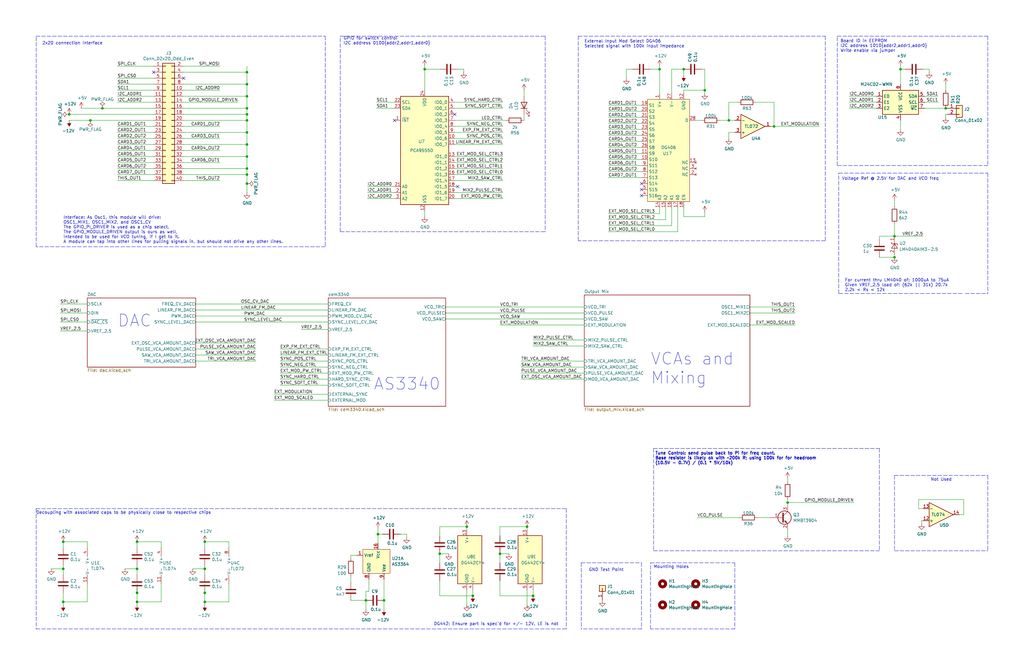
<source format=kicad_sch>
(kicad_sch (version 20230121) (generator eeschema)
  (paper "B")
  (title_block (title "Zoxnoxious 3340 Oscillator") (date "2022-09-07") (rev "0.4") (company "Zoxnoxious Engineering"))
  (junction (at 297.18 38.1))
  (junction (at 104.14 60.96))
  (junction (at 104.14 50.8))
  (junction (at 43.18 45.72))
  (junction (at 29.21 48.26))
  (junction (at 377.19 108.585))
  (junction (at 26.67 228.6))
  (junction (at 104.14 40.64))
  (junction (at 196.85 222.25))
  (junction (at 288.29 29.21))
  (junction (at 185.42 233.68))
  (junction (at 210.82 233.68))
  (junction (at 26.67 240.03))
  (junction (at 159.385 225.425))
  (junction (at 179.07 29.21))
  (junction (at 104.14 73.66))
  (junction (at 86.36 254))
  (junction (at 379.73 29.21))
  (junction (at 86.36 240.03))
  (junction (at 104.14 66.04))
  (junction (at 57.785 250.19))
  (junction (at 104.14 77.47))
  (junction (at 199.39 251.46))
  (junction (at 57.785 254))
  (junction (at 57.785 240.03))
  (junction (at 104.14 48.26))
  (junction (at 332.105 212.09))
  (junction (at 398.78 45.72))
  (junction (at 224.79 251.46))
  (junction (at 161.925 253.365))
  (junction (at 38.1 50.8))
  (junction (at 104.14 55.88))
  (junction (at 104.14 45.72))
  (junction (at 104.14 35.56))
  (junction (at 57.785 228.6))
  (junction (at 377.19 99.695))
  (junction (at 86.36 250.19))
  (junction (at 86.36 228.6))
  (junction (at 307.34 50.8))
  (junction (at 222.25 222.25))
  (junction (at 104.14 71.12))
  (junction (at 326.39 53.34))
  (junction (at 104.14 30.48))
  (junction (at 26.67 254))
  (junction (at 154.305 253.365))
  (junction (at 278.13 29.21))
  (no_connect (at 191.77 48.26))
  (no_connect (at 166.37 50.8))
  (no_connect (at 77.47 33.02))
  (no_connect (at 193.04 78.74))
  (no_connect (at 270.51 80.01))
  (no_connect (at 64.77 30.48))
  (no_connect (at 270.51 82.55))
  (no_connect (at 270.51 77.47))
  (wire (pts (xy 57.785 228.6) (xy 67.945 228.6)))
  (polyline (pts (xy 274.32 237.49) (xy 309.88 237.49)) (stroke (width 0) (type dash)))
  (wire (pts (xy 191.77 45.72) (xy 212.09 45.72)))
  (polyline (pts (xy 416.56 15.24) (xy 416.56 69.85)) (stroke (width 0) (type dash)))
  (wire (pts (xy 26.67 238.76) (xy 26.67 240.03)))
  (wire (pts (xy 138.43 149.86) (xy 118.11 149.86)))
  (polyline (pts (xy 275.59 232.41) (xy 370.84 232.41)) (stroke (width 0) (type dash)))
  (wire (pts (xy 64.77 68.58) (xy 49.53 68.58)))
  (wire (pts (xy 104.14 60.96) (xy 104.14 66.04)))
  (polyline (pts (xy 416.56 200.66) (xy 416.56 232.41)) (stroke (width 0) (type dash)))
  (wire (pts (xy 288.29 29.21) (xy 288.29 31.75)))
  (wire (pts (xy 36.83 254) (xy 26.67 254)))
  (polyline (pts (xy 353.06 69.85) (xy 353.06 15.24)) (stroke (width 0) (type dash)))
  (wire (pts (xy 389.255 29.21) (xy 391.795 29.21)))
  (wire (pts (xy 77.47 48.26) (xy 104.14 48.26)))
  (wire (pts (xy 64.77 50.8) (xy 38.1 50.8)))
  (wire (pts (xy 185.42 233.68) (xy 189.23 233.68)))
  (wire (pts (xy 264.16 29.21) (xy 266.7 29.21)))
  (wire (pts (xy 191.77 43.18) (xy 212.09 43.18)))
  (wire (pts (xy 92.71 58.42) (xy 77.47 58.42)))
  (wire (pts (xy 389.255 219.71) (xy 388.62 219.71)))
  (wire (pts (xy 147.955 243.205) (xy 147.955 245.745)))
  (wire (pts (xy 319.405 218.44) (xy 324.485 218.44)))
  (wire (pts (xy 379.73 50.8) (xy 379.73 54.61)))
  (polyline (pts (xy 377.19 200.66) (xy 377.19 232.41)) (stroke (width 0) (type dash)))
  (wire (pts (xy 377.19 107.315) (xy 377.19 108.585)))
  (wire (pts (xy 49.53 60.96) (xy 64.77 60.96)))
  (wire (pts (xy 179.07 29.21) (xy 179.07 38.1)))
  (wire (pts (xy 49.53 76.2) (xy 64.77 76.2)))
  (wire (pts (xy 67.945 231.14) (xy 67.945 228.6)))
  (wire (pts (xy 391.795 30.48) (xy 391.795 29.21)))
  (wire (pts (xy 49.53 58.42) (xy 64.77 58.42)))
  (wire (pts (xy 191.77 55.88) (xy 212.09 55.88)))
  (polyline (pts (xy 143.51 15.24) (xy 229.87 15.24)) (stroke (width 0) (type dash)))
  (wire (pts (xy 187.96 132.08) (xy 246.38 132.08)))
  (wire (pts (xy 220.98 48.26) (xy 220.98 50.8)))
  (wire (pts (xy 389.89 43.18) (xy 395.605 43.18)))
  (wire (pts (xy 185.42 222.25) (xy 196.85 222.25)))
  (wire (pts (xy 222.25 248.92) (xy 222.25 255.27)))
  (wire (pts (xy 77.47 40.64) (xy 104.14 40.64)))
  (polyline (pts (xy 377.19 200.66) (xy 416.56 200.66)) (stroke (width 0) (type dash)))
  (wire (pts (xy 82.55 128.27) (xy 138.43 128.27)))
  (wire (pts (xy 210.82 245.11) (xy 210.82 251.46)))
  (wire (pts (xy 256.54 62.23) (xy 270.51 62.23)))
  (wire (pts (xy 138.43 154.94) (xy 118.11 154.94)))
  (wire (pts (xy 191.77 71.12) (xy 212.09 71.12)))
  (wire (pts (xy 92.71 76.2) (xy 77.47 76.2)))
  (wire (pts (xy 256.54 95.25) (xy 283.21 95.25)))
  (wire (pts (xy 38.1 50.8) (xy 29.21 50.8)))
  (wire (pts (xy 288.29 91.44) (xy 297.18 91.44)))
  (wire (pts (xy 138.43 152.4) (xy 118.11 152.4)))
  (polyline (pts (xy 270.51 237.49) (xy 270.51 265.43)) (stroke (width 0) (type dash)))
  (wire (pts (xy 96.52 231.14) (xy 96.52 228.6)))
  (wire (pts (xy 377.19 84.455) (xy 377.19 86.995)))
  (wire (pts (xy 57.785 254) (xy 57.785 250.19)))
  (wire (pts (xy 191.77 50.8) (xy 213.36 50.8)))
  (wire (pts (xy 171.45 225.425) (xy 171.45 226.695)))
  (wire (pts (xy 220.98 38.1) (xy 220.98 40.64)))
  (wire (pts (xy 159.385 225.425) (xy 161.29 225.425)))
  (polyline (pts (xy 15.24 104.14) (xy 15.24 15.24)) (stroke (width 0) (type dash)))
  (polyline (pts (xy 309.88 237.49) (xy 309.88 265.43)) (stroke (width 0) (type dash)))
  (polyline (pts (xy 245.11 237.49) (xy 270.51 237.49)) (stroke (width 0) (type dash)))
  (wire (pts (xy 283.21 29.21) (xy 288.29 29.21)))
  (wire (pts (xy 104.14 55.88) (xy 104.14 60.96)))
  (wire (pts (xy 57.785 240.03) (xy 52.705 240.03)))
  (wire (pts (xy 92.71 53.34) (xy 77.47 53.34)))
  (polyline (pts (xy 238.76 214.63) (xy 238.76 265.43)) (stroke (width 0) (type dash)))
  (wire (pts (xy 166.37 43.18) (xy 158.75 43.18)))
  (wire (pts (xy 210.82 233.68) (xy 214.63 233.68)))
  (wire (pts (xy 369.57 40.64) (xy 358.14 40.64)))
  (wire (pts (xy 246.38 160.02) (xy 219.71 160.02)))
  (wire (pts (xy 325.12 53.34) (xy 326.39 53.34)))
  (wire (pts (xy 191.77 68.58) (xy 212.09 68.58)))
  (wire (pts (xy 398.78 35.56) (xy 398.78 38.1)))
  (wire (pts (xy 57.785 238.76) (xy 57.785 240.03)))
  (polyline (pts (xy 274.32 265.43) (xy 274.32 237.49)) (stroke (width 0) (type dash)))
  (wire (pts (xy 224.79 146.05) (xy 246.38 146.05)))
  (wire (pts (xy 381.635 29.21) (xy 379.73 29.21)))
  (wire (pts (xy 86.36 240.03) (xy 81.28 240.03)))
  (wire (pts (xy 77.47 55.88) (xy 104.14 55.88)))
  (wire (pts (xy 104.14 40.64) (xy 104.14 45.72)))
  (wire (pts (xy 210.82 233.68) (xy 210.82 237.49)))
  (wire (pts (xy 379.73 27.94) (xy 379.73 29.21)))
  (wire (pts (xy 332.105 210.82) (xy 332.105 212.09)))
  (wire (pts (xy 293.37 50.8) (xy 295.91 50.8)))
  (wire (pts (xy 166.37 78.74) (xy 154.94 78.74)))
  (wire (pts (xy 49.53 33.02) (xy 64.77 33.02)))
  (wire (pts (xy 86.36 240.03) (xy 86.36 242.57)))
  (polyline (pts (xy 275.59 189.23) (xy 275.59 232.41)) (stroke (width 0) (type dash)))
  (wire (pts (xy 326.39 53.34) (xy 345.44 53.34)))
  (wire (pts (xy 307.34 55.88) (xy 307.34 58.42)))
  (wire (pts (xy 379.73 35.56) (xy 379.73 29.21)))
  (polyline (pts (xy 15.24 214.63) (xy 238.76 214.63)) (stroke (width 0) (type dash)))
  (wire (pts (xy 256.54 92.71) (xy 280.67 92.71)))
  (wire (pts (xy 82.55 152.4) (xy 107.95 152.4)))
  (wire (pts (xy 36.83 132.08) (xy 25.4 132.08)))
  (wire (pts (xy 283.21 29.21) (xy 283.21 39.37)))
  (wire (pts (xy 370.84 100.965) (xy 370.84 99.695)))
  (wire (pts (xy 77.47 50.8) (xy 104.14 50.8)))
  (polyline (pts (xy 137.16 15.24) (xy 137.16 104.14)) (stroke (width 0) (type dash)))
  (wire (pts (xy 185.42 226.06) (xy 185.42 222.25)))
  (wire (pts (xy 127 139.065) (xy 138.43 139.065)))
  (wire (pts (xy 82.55 133.35) (xy 138.43 133.35)))
  (wire (pts (xy 77.47 45.72) (xy 104.14 45.72)))
  (wire (pts (xy 311.15 43.18) (xy 307.34 43.18)))
  (wire (pts (xy 256.54 90.17) (xy 278.13 90.17)))
  (wire (pts (xy 115.57 168.91) (xy 138.43 168.91)))
  (wire (pts (xy 264.16 29.21) (xy 264.16 33.02)))
  (wire (pts (xy 104.14 73.66) (xy 104.14 77.47)))
  (polyline (pts (xy 353.695 73.025) (xy 416.56 73.025)) (stroke (width 0) (type dash)))
  (wire (pts (xy 256.54 57.15) (xy 270.51 57.15)))
  (wire (pts (xy 285.75 97.79) (xy 285.75 87.63)))
  (wire (pts (xy 278.13 90.17) (xy 278.13 87.63)))
  (wire (pts (xy 179.07 27.94) (xy 179.07 29.21)))
  (wire (pts (xy 256.54 64.77) (xy 270.51 64.77)))
  (wire (pts (xy 398.78 45.72) (xy 399.415 45.72)))
  (wire (pts (xy 307.34 43.18) (xy 307.34 50.8)))
  (polyline (pts (xy 347.98 15.24) (xy 347.98 101.6)) (stroke (width 0) (type dash)))
  (wire (pts (xy 64.77 35.56) (xy 49.53 35.56)))
  (wire (pts (xy 377.19 94.615) (xy 377.19 99.695)))
  (wire (pts (xy 187.96 134.62) (xy 246.38 134.62)))
  (wire (pts (xy 96.52 246.38) (xy 96.52 254)))
  (wire (pts (xy 96.52 254) (xy 86.36 254)))
  (wire (pts (xy 77.47 60.96) (xy 104.14 60.96)))
  (wire (pts (xy 389.255 214.63) (xy 387.35 214.63)))
  (wire (pts (xy 64.77 45.72) (xy 43.18 45.72)))
  (wire (pts (xy 77.47 27.94) (xy 92.71 27.94)))
  (wire (pts (xy 288.29 38.1) (xy 297.18 38.1)))
  (wire (pts (xy 193.04 29.21) (xy 195.58 29.21)))
  (polyline (pts (xy 143.51 97.79) (xy 229.87 97.79)) (stroke (width 0) (type dash)))
  (wire (pts (xy 159.385 225.425) (xy 159.385 229.235)))
  (wire (pts (xy 57.785 240.03) (xy 57.785 242.57)))
  (wire (pts (xy 191.77 60.96) (xy 212.09 60.96)))
  (polyline (pts (xy 353.06 15.24) (xy 405.13 15.24)) (stroke (width 0) (type dash)))
  (wire (pts (xy 77.47 43.18) (xy 100.33 43.18)))
  (wire (pts (xy 154.305 249.555) (xy 155.575 249.555)))
  (polyline (pts (xy 347.98 101.6) (xy 243.84 101.6)) (stroke (width 0) (type dash)))
  (wire (pts (xy 307.34 50.8) (xy 309.88 50.8)))
  (polyline (pts (xy 143.51 97.79) (xy 143.51 15.24)) (stroke (width 0) (type dash)))
  (wire (pts (xy 369.57 43.18) (xy 358.14 43.18)))
  (wire (pts (xy 283.21 95.25) (xy 283.21 87.63)))
  (wire (pts (xy 104.14 35.56) (xy 104.14 40.64)))
  (wire (pts (xy 64.77 73.66) (xy 49.53 73.66)))
  (wire (pts (xy 179.07 88.9) (xy 179.07 91.44)))
  (wire (pts (xy 191.77 58.42) (xy 212.09 58.42)))
  (wire (pts (xy 147.955 253.365) (xy 154.305 253.365)))
  (wire (pts (xy 297.18 39.37) (xy 297.18 38.1)))
  (wire (pts (xy 256.54 67.31) (xy 270.51 67.31)))
  (wire (pts (xy 246.38 152.4) (xy 219.71 152.4)))
  (wire (pts (xy 256.54 49.53) (xy 270.51 49.53)))
  (polyline (pts (xy 137.16 104.14) (xy 15.24 104.14)) (stroke (width 0) (type dash)))
  (wire (pts (xy 210.82 226.06) (xy 210.82 222.25)))
  (wire (pts (xy 224.79 251.46) (xy 224.79 248.92)))
  (wire (pts (xy 77.47 66.04) (xy 104.14 66.04)))
  (wire (pts (xy 36.83 128.27) (xy 25.4 128.27)))
  (wire (pts (xy 195.58 30.48) (xy 195.58 29.21)))
  (wire (pts (xy 191.77 76.2) (xy 212.09 76.2)))
  (wire (pts (xy 370.84 99.695) (xy 377.19 99.695)))
  (wire (pts (xy 280.67 92.71) (xy 280.67 87.63)))
  (wire (pts (xy 77.47 71.12) (xy 104.14 71.12)))
  (wire (pts (xy 191.77 78.74) (xy 193.04 78.74)))
  (wire (pts (xy 256.54 69.85) (xy 270.51 69.85)))
  (wire (pts (xy 25.4 139.7) (xy 36.83 139.7)))
  (polyline (pts (xy 377.19 232.41) (xy 416.56 232.41)) (stroke (width 0) (type dash)))
  (wire (pts (xy 36.83 246.38) (xy 36.83 254)))
  (polyline (pts (xy 416.56 73.025) (xy 416.56 123.825)) (stroke (width 0) (type dash)))
  (wire (pts (xy 316.23 132.08) (xy 335.28 132.08)))
  (wire (pts (xy 256.54 97.79) (xy 285.75 97.79)))
  (polyline (pts (xy 245.11 237.49) (xy 245.11 265.43)) (stroke (width 0) (type dash)))
  (wire (pts (xy 77.47 30.48) (xy 104.14 30.48)))
  (wire (pts (xy 387.35 210.82) (xy 406.4 210.82)))
  (wire (pts (xy 191.77 53.34) (xy 212.09 53.34)))
  (wire (pts (xy 297.18 38.1) (xy 297.18 29.21)))
  (wire (pts (xy 36.83 231.14) (xy 36.83 228.6)))
  (wire (pts (xy 389.89 45.72) (xy 398.78 45.72)))
  (polyline (pts (xy 405.13 69.85) (xy 353.06 69.85)) (stroke (width 0) (type dash)))
  (wire (pts (xy 159.385 222.885) (xy 159.385 225.425)))
  (polyline (pts (xy 270.51 265.43) (xy 245.11 265.43)) (stroke (width 0) (type dash)))
  (wire (pts (xy 104.14 71.12) (xy 104.14 73.66)))
  (wire (pts (xy 288.29 39.37) (xy 288.29 38.1)))
  (wire (pts (xy 297.18 29.21) (xy 295.91 29.21)))
  (polyline (pts (xy 243.84 15.24) (xy 243.84 101.6)) (stroke (width 0) (type dash)))
  (wire (pts (xy 64.77 71.12) (xy 49.53 71.12)))
  (wire (pts (xy 104.14 77.47) (xy 104.14 81.28)))
  (wire (pts (xy 49.53 40.64) (xy 64.77 40.64)))
  (wire (pts (xy 154.305 253.365) (xy 154.305 249.555)))
  (wire (pts (xy 256.54 74.93) (xy 270.51 74.93)))
  (polyline (pts (xy 15.24 15.24) (xy 137.16 15.24)) (stroke (width 0) (type dash)))
  (wire (pts (xy 147.955 235.585) (xy 147.955 234.315)))
  (wire (pts (xy 191.77 73.66) (xy 212.09 73.66)))
  (wire (pts (xy 332.105 212.09) (xy 360.045 212.09)))
  (wire (pts (xy 92.71 38.1) (xy 77.47 38.1)))
  (wire (pts (xy 224.79 143.51) (xy 246.38 143.51)))
  (wire (pts (xy 256.54 72.39) (xy 270.51 72.39)))
  (wire (pts (xy 318.77 43.18) (xy 326.39 43.18)))
  (wire (pts (xy 82.55 135.89) (xy 138.43 135.89)))
  (wire (pts (xy 86.36 254) (xy 86.36 250.19)))
  (wire (pts (xy 185.42 29.21) (xy 179.07 29.21)))
  (wire (pts (xy 256.54 59.69) (xy 270.51 59.69)))
  (wire (pts (xy 104.14 66.04) (xy 104.14 71.12)))
  (wire (pts (xy 49.53 27.94) (xy 64.77 27.94)))
  (wire (pts (xy 199.39 251.46) (xy 199.39 248.92)))
  (wire (pts (xy 388.62 219.71) (xy 388.62 220.98)))
  (wire (pts (xy 398.78 48.26) (xy 399.415 48.26)))
  (wire (pts (xy 256.54 46.99) (xy 270.51 46.99)))
  (wire (pts (xy 64.77 66.04) (xy 49.53 66.04)))
  (polyline (pts (xy 309.88 265.43) (xy 274.32 265.43)) (stroke (width 0) (type dash)))
  (wire (pts (xy 256.54 54.61) (xy 270.51 54.61)))
  (polyline (pts (xy 229.87 15.24) (xy 229.87 97.79)) (stroke (width 0) (type dash)))
  (wire (pts (xy 64.77 43.18) (xy 49.53 43.18)))
  (polyline (pts (xy 243.84 15.24) (xy 347.98 15.24)) (stroke (width 0) (type dash)))
  (wire (pts (xy 185.42 251.46) (xy 199.39 251.46)))
  (wire (pts (xy 278.13 29.21) (xy 278.13 39.37)))
  (wire (pts (xy 26.67 254) (xy 26.67 250.19)))
  (wire (pts (xy 187.96 129.54) (xy 246.38 129.54)))
  (polyline (pts (xy 275.59 189.23) (xy 370.84 189.23)) (stroke (width 0) (type dash)))
  (wire (pts (xy 138.43 147.32) (xy 118.11 147.32)))
  (wire (pts (xy 332.105 212.09) (xy 332.105 213.36)))
  (wire (pts (xy 288.29 87.63) (xy 288.29 91.44)))
  (wire (pts (xy 332.105 223.52) (xy 332.105 226.06)))
  (wire (pts (xy 147.955 234.315) (xy 150.495 234.315)))
  (polyline (pts (xy 405.765 15.24) (xy 416.56 15.24)) (stroke (width 0) (type dash)))
  (wire (pts (xy 67.945 246.38) (xy 67.945 254)))
  (wire (pts (xy 43.18 45.72) (xy 34.29 45.72)))
  (wire (pts (xy 104.14 48.26) (xy 104.14 50.8)))
  (wire (pts (xy 370.84 108.585) (xy 377.19 108.585)))
  (wire (pts (xy 104.14 27.94) (xy 104.14 30.48)))
  (wire (pts (xy 191.77 81.28) (xy 212.09 81.28)))
  (wire (pts (xy 404.495 217.17) (xy 406.4 217.17)))
  (wire (pts (xy 377.19 99.695) (xy 389.255 99.695)))
  (polyline (pts (xy 407.035 123.825) (xy 416.56 123.825)) (stroke (width 0) (type dash)))
  (wire (pts (xy 118.11 160.02) (xy 138.43 160.02)))
  (wire (pts (xy 26.67 255.27) (xy 26.67 254)))
  (wire (pts (xy 86.36 228.6) (xy 96.52 228.6)))
  (wire (pts (xy 406.4 210.82) (xy 406.4 217.17)))
  (wire (pts (xy 26.67 231.14) (xy 26.67 228.6)))
  (wire (pts (xy 185.42 245.11) (xy 185.42 251.46)))
  (wire (pts (xy 316.23 129.54) (xy 335.28 129.54)))
  (wire (pts (xy 64.77 53.34) (xy 49.53 53.34)))
  (wire (pts (xy 77.47 35.56) (xy 104.14 35.56)))
  (wire (pts (xy 309.88 55.88) (xy 307.34 55.88)))
  (polyline (pts (xy 15.24 265.43) (xy 238.76 265.43)) (stroke (width 0) (type dash)))
  (wire (pts (xy 26.67 228.6) (xy 36.83 228.6)))
  (wire (pts (xy 395.605 40.64) (xy 389.89 40.64)))
  (wire (pts (xy 118.11 157.48) (xy 138.43 157.48)))
  (wire (pts (xy 64.77 48.26) (xy 29.21 48.26)))
  (wire (pts (xy 161.925 244.475) (xy 161.925 253.365)))
  (wire (pts (xy 294.005 218.44) (xy 311.785 218.44)))
  (polyline (pts (xy 416.56 69.85) (xy 405.13 69.85)) (stroke (width 0) (type dash)))
  (wire (pts (xy 332.105 201.93) (xy 332.105 203.2)))
  (wire (pts (xy 104.14 30.48) (xy 104.14 35.56)))
  (wire (pts (xy 154.305 253.365) (xy 154.305 257.175)))
  (wire (pts (xy 158.75 45.72) (xy 166.37 45.72)))
  (wire (pts (xy 82.55 144.78) (xy 107.95 144.78)))
  (wire (pts (xy 92.71 63.5) (xy 77.47 63.5)))
  (wire (pts (xy 82.55 130.81) (xy 138.43 130.81)))
  (wire (pts (xy 86.36 255.27) (xy 86.36 254)))
  (polyline (pts (xy 405.765 123.825) (xy 353.695 123.825)) (stroke (width 0) (type dash)))
  (wire (pts (xy 57.785 255.27) (xy 57.785 254)))
  (wire (pts (xy 161.925 253.365) (xy 161.925 257.175)))
  (polyline (pts (xy 353.695 123.825) (xy 353.695 73.025)) (stroke (width 0) (type dash)))
  (wire (pts (xy 77.47 68.58) (xy 92.71 68.58)))
  (wire (pts (xy 166.37 81.28) (xy 154.94 81.28)))
  (polyline (pts (xy 15.24 214.63) (xy 15.24 265.43)) (stroke (width 0) (type dash)))
  (wire (pts (xy 297.18 89.535) (xy 297.18 91.44)))
  (wire (pts (xy 26.67 240.03) (xy 26.67 242.57)))
  (wire (pts (xy 191.77 66.04) (xy 212.09 66.04)))
  (wire (pts (xy 210.82 137.16) (xy 246.38 137.16)))
  (wire (pts (xy 222.25 222.25) (xy 222.25 223.52)))
  (wire (pts (xy 387.35 214.63) (xy 387.35 210.82)))
  (polyline (pts (xy 370.84 189.23) (xy 370.84 232.41)) (stroke (width 0) (type dash)))
  (wire (pts (xy 57.785 246.38) (xy 57.785 250.19)))
  (wire (pts (xy 210.82 251.46) (xy 224.79 251.46)))
  (wire (pts (xy 77.47 73.66) (xy 104.14 73.66)))
  (wire (pts (xy 278.13 29.21) (xy 278.13 27.94)))
  (wire (pts (xy 196.85 222.25) (xy 196.85 223.52)))
  (wire (pts (xy 196.85 248.92) (xy 196.85 255.27)))
  (wire (pts (xy 398.78 49.53) (xy 398.78 48.26)))
  (wire (pts (xy 86.36 246.38) (xy 86.36 250.19)))
  (wire (pts (xy 256.54 44.45) (xy 270.51 44.45)))
  (wire (pts (xy 246.38 157.48) (xy 219.71 157.48)))
  (wire (pts (xy 25.4 135.89) (xy 36.83 135.89)))
  (wire (pts (xy 49.53 55.88) (xy 64.77 55.88)))
  (wire (pts (xy 326.39 43.18) (xy 326.39 53.34)))
  (wire (pts (xy 210.82 222.25) (xy 222.25 222.25)))
  (wire (pts (xy 274.32 29.21) (xy 278.13 29.21)))
  (wire (pts (xy 104.14 45.72) (xy 104.14 48.26)))
  (wire (pts (xy 115.57 166.37) (xy 138.43 166.37)))
  (wire (pts (xy 86.36 238.76) (xy 86.36 240.03)))
  (wire (pts (xy 67.945 254) (xy 57.785 254)))
  (wire (pts (xy 104.14 50.8) (xy 104.14 55.88)))
  (wire (pts (xy 168.91 225.425) (xy 171.45 225.425)))
  (wire (pts (xy 303.53 50.8) (xy 307.34 50.8)))
  (wire (pts (xy 256.54 52.07) (xy 270.51 52.07)))
  (wire (pts (xy 49.53 38.1) (xy 64.77 38.1)))
  (wire (pts (xy 26.67 240.03) (xy 21.59 240.03)))
  (wire (pts (xy 191.77 83.82) (xy 212.09 83.82)))
  (wire (pts (xy 82.55 147.32) (xy 107.95 147.32)))
  (wire (pts (xy 166.37 83.82) (xy 154.94 83.82)))
  (wire (pts (xy 246.38 154.94) (xy 219.71 154.94)))
  (wire (pts (xy 57.785 231.14) (xy 57.785 228.6)))
  (wire (pts (xy 118.11 162.56) (xy 138.43 162.56)))
  (wire (pts (xy 86.36 231.14) (xy 86.36 228.6)))
  (wire (pts (xy 155.575 249.555) (xy 155.575 244.475)))
  (wire (pts (xy 369.57 45.72) (xy 358.14 45.72)))
  (wire (pts (xy 316.23 137.16) (xy 335.28 137.16)))
  (wire (pts (xy 185.42 233.68) (xy 185.42 237.49)))
  (wire (pts (xy 49.53 63.5) (xy 64.77 63.5)))
  (wire (pts (xy 82.55 149.86) (xy 107.95 149.86)))
  (wire (pts (xy 156.845 253.365) (xy 154.305 253.365)))
  (text "Tune Control: send pulse back to Pi for freq count.\nBase resistor is likely ok with ~200k R; using 100k for for headroom\n(10.5V - 0.7V) / (0.1 * 5V/10k)" (at 276.225 196.215 0) (effects (font (size 1.27 1.27) (thickness 0.254) bold) (justify left bottom)))
  (text "External Input Mod Select DG406\nSelected signal with 100k input impedance" (at 246.38 20.32 0) (effects (font (size 1.27 1.27)) (justify left bottom)))
  (text "Voltage Ref @ 2.5V for DAC and VCO freq" (at 354.965 76.2 0) (effects (font (size 1.27 1.27)) (justify left bottom)))
  (text "Decoupling with associated caps to be physically close to respective chips" (at 15.24 217.17 0) (effects (font (size 1.27 1.27)) (justify left bottom)))
  (text "DG442: Ensure part is spec’d for +/- 12V. LE is not" (at 182.88 264.16 0) (effects (font (size 1.27 1.27)) (justify left bottom)))
  (text "For current thru LM4040 of: 1000uA to 75uA\nGiven VREF_2.5 load of: (62k || 31k) 20.7k\n2.2k < Rs < 12k\n" (at 356.235 123.19 0) (effects (font (size 1.27 1.27)) (justify left bottom)))
  (text "2x20 connection interface" (at 17.78 19.05 0) (effects (font (size 1.27 1.27)) (justify left bottom)))
  (text "AS3340" (at 157.48 165.1 0) (effects (font (size 5.0038 5.0038)) (justify left bottom)))
  (text "VCAs and\nMixing" (at 274.32 162.56 0) (effects (font (size 5.0038 5.0038)) (justify left bottom)))
  (text "GPIO for switch control\nI2C address 0100{addr2,addr1,addr0}" (at 144.78 19.05 0) (effects (font (size 1.27 1.27)) (justify left bottom)))
  (text "Not Used" (at 392.43 203.2 0) (effects (font (size 1.27 1.27)) (justify left bottom)))
  (text "Mounting Holes" (at 275.59 240.03 0) (effects (font (size 1.27 1.27)) (justify left bottom)))
  (text "GND Test Point" (at 248.285 241.3 0) (effects (font (size 1.27 1.27)) (justify left bottom)))
  (text "Board ID in EEPROM\nI2C address 1010{addr2,addr1,addr0}\nWrite enable via jumper" (at 354.33 22.225 0) (effects (font (size 1.27 1.27)) (justify left bottom)))
  (text "Interface: As Osc1, this module will drive:\nOSC1_MIX1, OSC1_MIX2, and OSC1_CV\nThe GPIO_PI_DRIVER is used as a chip select.\nThe GPIO_MODULE_DRIVEN output is ours as well,\nintended to be used for VCO tuning, if I get to it.\nA module can tap into other lines for pulling signals in, but should not drive any other lines." (at 26.67 102.87 0) (effects (font (size 1.27 1.27)) (justify left bottom)))
  (text "DAC" (at 49.53 138.43 0) (effects (font (size 5.0038 5.0038)) (justify left bottom)))
  (label "EXT_MOD_SEL_CTRL1" (at 256.54 95.25 0))
  (label "SPI_MOSI" (at 25.4 132.08 0))
  (label "TRI_VCA_AMOUNT_DAC" (at 107.95 152.4 180))
  (label "CARD3_OUT1" (at 92.71 58.42 180))
  (label "LINEAR_FM_DAC" (at 101.6 130.81 0))
  (label "SPI_CS0" (at 25.4 135.89 0))
  (label "CARD4_OUT2" (at 256.54 62.23 0))
  (label "GPIO_MODULE_DRIVEN" (at 360.045 212.09 180))
  (label "EXT_MOD_PW_CTRL" (at 118.11 157.48 0))
  (label "TRI_VCA_AMOUNT_DAC" (at 219.71 152.4 0))
  (label "SCL1" (at 49.53 38.1 0))
  (label "VCO_PULSE" (at 210.82 132.08 0))
  (label "CARD5_OUT1" (at 256.54 64.77 0))
  (label "CARD1_OUT2" (at 92.71 53.34 180))
  (label "EXT_MOD_SEL_CTRL1" (at 212.09 71.12 180))
  (label "SAW_VCA_AMOUNT_DAC" (at 219.71 154.94 0))
  (label "PWM_DAC" (at 102.87 133.35 0))
  (label "SYNC_NEG_CTRL" (at 118.11 154.94 0))
  (label "CARD2_OUT1" (at 256.54 49.53 0))
  (label "EXT_MOD_SEL_CTRL0" (at 212.09 73.66 180))
  (label "CARD5_OUT2" (at 49.53 68.58 0))
  (label "LED_CTRL" (at 212.09 50.8 180))
  (label "EXT_MODULATION" (at 115.57 166.37 0))
  (label "EXT_OSC_VCA_AMOUNT_DAC" (at 107.95 144.78 180))
  (label "CARD2_OUT1" (at 49.53 55.88 0))
  (label "EXT_MODULATION" (at 345.44 53.34 180))
  (label "MIX2_PULSE_CTRL" (at 224.79 143.51 0))
  (label "CARD7_OUT1" (at 256.54 74.93 0))
  (label "EXT_MOD_SEL_CTRL3" (at 256.54 90.17 0))
  (label "MIX2_SAW_CTRL" (at 212.09 76.2 180))
  (label "VREF_2.5" (at 389.255 99.695 180))
  (label "I2C_ADDR0" (at 358.14 40.64 0))
  (label "CARD2_OUT2" (at 49.53 58.42 0))
  (label "VREF_2.5" (at 25.4 139.7 0))
  (label "VCO_PULSE" (at 294.005 218.44 0))
  (label "EXT_MOD_SCALED" (at 335.28 137.16 180))
  (label "CARD6_OUT1" (at 92.71 68.58 180))
  (label "GPIO_MODULE_DRIVEN" (at 100.33 43.18 180))
  (label "I2C_ADDR0" (at 154.94 78.74 0))
  (label "SAW_VCA_AMOUNT_DAC" (at 107.95 149.86 180))
  (label "I2C_ADDR1" (at 358.14 43.18 0))
  (label "CARD3_OUT2" (at 256.54 57.15 0))
  (label "I2C_ADDR0" (at 92.71 38.1 180))
  (label "CARD7_OUT1" (at 49.53 73.66 0))
  (label "SYNC_NEG_CTRL" (at 212.09 53.34 180))
  (label "SDA1" (at 49.53 35.56 0))
  (label "I2C_ADDR2" (at 358.14 45.72 0))
  (label "EXT_MOD_SEL_CTRL2" (at 212.09 68.58 180))
  (label "CARD6_OUT1" (at 256.54 69.85 0))
  (label "CARD5_OUT2" (at 256.54 67.31 0))
  (label "CARD4_OUT2" (at 92.71 63.5 180))
  (label "CARD4_OUT1" (at 49.53 63.5 0))
  (label "MIX2_PULSE_CTRL" (at 212.09 81.28 180))
  (label "VCO_SAW" (at 210.82 134.62 0))
  (label "CARD4_OUT1" (at 256.54 59.69 0))
  (label "EXP_FM_EXT_CTRL" (at 118.11 147.32 0))
  (label "CARD6_OUT2" (at 256.54 72.39 0))
  (label "SYNC_SOFT_CTRL" (at 212.09 45.72 180))
  (label "OSC_CV_DAC" (at 101.6 128.27 0))
  (label "SCL1" (at 158.75 43.18 0))
  (label "EXT_MOD_SEL_CTRL3" (at 212.09 66.04 180))
  (label "EXT_MOD_SEL_CTRL0" (at 256.54 97.79 0))
  (label "SPI_CLK" (at 25.4 128.27 0))
  (label "SDA1" (at 158.75 45.72 0))
  (label "SPI_CS0" (at 49.53 33.02 0))
  (label "THIS_OUT1" (at 49.53 76.2 0))
  (label "SDA1" (at 395.605 40.64 180))
  (label "CARD1_OUT1" (at 256.54 44.45 0))
  (label "LINEAR_FM_EXT_CTRL" (at 212.09 60.96 180))
  (label "LINEAR_FM_EXT_CTRL" (at 118.11 149.86 0))
  (label "SYNC_HARD_CTRL" (at 118.11 160.02 0))
  (label "EXT_OSC_VCA_AMOUNT_DAC" (at 219.71 160.02 0))
  (label "SCL1" (at 395.605 43.18 180))
  (label "SPI_CLK" (at 49.53 27.94 0))
  (label "PULSE_VCA_AMOUNT_DAC" (at 107.95 147.32 180))
  (label "VREF_2.5" (at 127 139.065 0))
  (label "SPI_MOSI" (at 92.71 27.94 180))
  (label "SYNC_HARD_CTRL" (at 212.09 43.18 180))
  (label "EXT_MODULATION" (at 210.82 137.16 0))
  (label "THIS_OUT2" (at 92.71 76.2 180))
  (label "CARD3_OUT1" (at 256.54 54.61 0))
  (label "SYNC_POS_CTRL" (at 212.09 58.42 180))
  (label "EXT_MOD_SCALED" (at 115.57 168.91 0))
  (label "EXT_MOD_SEL_CTRL2" (at 256.54 92.71 0))
  (label "THIS_OUT1" (at 335.28 129.54 180))
  (label "EXP_FM_EXT_CTRL" (at 212.09 55.88 180))
  (label "VCO_TRI" (at 210.82 129.54 0))
  (label "CARD2_OUT2" (at 256.54 52.07 0))
  (label "SYNC_POS_CTRL" (at 118.11 152.4 0))
  (label "PULSE_VCA_AMOUNT_DAC" (at 219.71 157.48 0))
  (label "I2C_ADDR2" (at 154.94 83.82 0))
  (label "SYNC_LEVEL_DAC" (at 102.87 135.89 0))
  (label "CARD6_OUT2" (at 49.53 71.12 0))
  (label "EXT_MOD_PW_CTRL" (at 212.09 83.82 180))
  (label "I2C_ADDR1" (at 49.53 40.64 0))
  (label "I2C_ADDR1" (at 154.94 81.28 0))
  (label "CARD1_OUT2" (at 256.54 46.99 0))
  (label "CARD1_OUT1" (at 49.53 53.34 0))
  (label "THIS_OUT2" (at 335.28 132.08 180))
  (label "CARD3_OUT2" (at 49.53 60.96 0))
  (label "MIX2_SAW_CTRL" (at 224.79 146.05 0))
  (label "CARD5_OUT1" (at 49.53 66.04 0))
  (label "SYNC_SOFT_CTRL" (at 118.11 162.56 0))
  (label "I2C_ADDR2" (at 49.53 43.18 0))
  (symbol (lib_id "power:GND") (at 179.07 91.44 0) (unit 1)
    (property "Reference" "#PWR027" (effects hide))
    (property "Value" "GND" (at 179.197 95.8342 0))
  )
  (symbol (lib_id "Device:C") (at 189.23 29.21 270) (unit 1)
    (property "Reference" "C13" (at 190.3984 32.131 0) (effects (justify left)))
    (property "Value" "0.1u" (at 188.087 32.131 0) (effects (justify left)))
    (property "Footprint" "Capacitor_SMD:C_0603_1608Metric" (effects hide))
    (property "LCSC Part" "C14663" (effects hide))
  )
  (symbol (lib_id "power:GND") (at 195.58 30.48 0) (unit 1)
    (property "Reference" "#PWR028" (effects hide))
    (property "Value" "GND" (at 195.707 34.8742 0))
  )
  (symbol (lib_id "Interface_Expansion:PCA9555D") (at 179.07 63.5 0) (unit 1)
    (property "Reference" "U7" (at 177.8 59.69 0))
    (property "Value" "PCA9555D" (at 177.8 63.5 0))
    (property "Footprint" "Package_SO:TSSOP-24_4.4x7.8mm_P0.65mm" (effects hide))
    (property "Datasheet" "https://www.nxp.com/docs/en/data-sheet/PCA9555.pdf" (effects hide))
    (property "LCSC Part" "C83265" (effects hide))
  )
  (symbol (lib_id "power:+5V") (at 332.105 201.93 0) (unit 1)
    (property "Reference" "#PWR037" (effects hide))
    (property "Value" "+5V" (at 332.486 197.5358 0))
  )
  (symbol (lib_id "Connector_Generic:Conn_02x20_Odd_Even") (at 69.85 50.8 0) (unit 1)
    (property "Reference" "J3" (at 71.12 22.4282 0))
    (property "Value" "Conn_02x20_Odd_Even" (at 71.12 24.7396 0))
    (property "Footprint" "Connector_PinHeader_2.54mm:PinHeader_2x20_P2.54mm_Horizontal" (effects hide))
  )
  (symbol (lib_id "power:GND") (at 104.14 81.28 0) (unit 1)
    (property "Reference" "#PWR0118" (effects hide))
    (property "Value" "GND" (at 104.267 85.6742 0))
  )
  (symbol (lib_id "power:+5V") (at 34.29 45.72 0) (unit 1)
    (property "Reference" "#PWR0120" (effects hide))
    (property "Value" "+5V" (at 34.671 41.3258 0))
  )
  (symbol (lib_id "power:+12V") (at 29.21 48.26 0) (unit 1)
    (property "Reference" "#PWR0117" (effects hide))
    (property "Value" "+12V" (at 29.591 43.8658 0))
  )
  (symbol (lib_id "power:-12V") (at 29.21 50.8 180) (unit 1)
    (property "Reference" "#PWR0119" (effects hide))
    (property "Value" "-12V" (at 28.829 55.1942 0))
  )
  (symbol (lib_id "power:PWR_FLAG") (at 43.18 45.72 0) (unit 1)
    (property "Reference" "#FLG0101" (effects hide))
    (property "Value" "PWR_FLAG" (at 43.18 41.91 0))
  )
  (symbol (lib_id "power:PWR_FLAG") (at 29.21 48.26 90) (unit 1)
    (property "Reference" "#FLG0102" (effects hide))
    (property "Value" "PWR_FLAG" (at 25.4 48.26 0))
  )
  (symbol (lib_id "power:PWR_FLAG") (at 38.1 50.8 180) (unit 1)
    (property "Reference" "#FLG0103" (effects hide))
    (property "Value" "PWR_FLAG" (at 38.1 54.61 0))
  )
  (symbol (lib_id "power:PWR_FLAG") (at 104.14 77.47 270) (unit 1)
    (property "Reference" "#FLG0104" (effects hide))
    (property "Value" "PWR_FLAG" (at 107.95 77.47 0))
  )
  (symbol (lib_id "power:+5V") (at 179.07 27.94 0) (unit 1)
    (property "Reference" "#PWR026" (effects hide))
    (property "Value" "+5V" (at 179.451 23.5458 0))
  )
  (symbol (lib_id "Device:R") (at 217.17 50.8 270) (unit 1)
    (property "Reference" "R56" (at 217.17 56.0578 90))
    (property "Value" "2k" (at 217.17 53.7464 90))
    (property "Footprint" "Resistor_SMD:R_0603_1608Metric" (effects hide))
    (property "LCSC Part" "C22975" (effects hide))
  )
  (symbol (lib_id "Device:LED") (at 220.98 44.45 90) (unit 1)
    (property "Reference" "D4" (at 215.4682 44.6278 0))
    (property "Value" "LED" (at 217.7796 44.6278 0))
    (property "Footprint" "LED_SMD:LED_0603_1608Metric" (effects hide))
    (property "LCSC Part" "C2286" (effects hide))
  )
  (symbol (lib_id "power:+5V") (at 220.98 38.1 0) (unit 1)
    (property "Reference" "#PWR0112" (effects hide))
    (property "Value" "+5V" (at 221.361 33.7058 0))
  )
  (symbol (lib_id "power:GND") (at 379.73 54.61 0) (unit 1)
    (property "Reference" "#PWR0124" (effects hide))
    (property "Value" "GND" (at 379.857 59.0042 0))
  )
  (symbol (lib_id "power:+5V") (at 379.73 27.94 0) (unit 1)
    (property "Reference" "#PWR0126" (effects hide))
    (property "Value" "+5V" (at 380.111 23.5458 0))
  )
  (symbol (lib_id "Device:C") (at 385.445 29.21 270) (unit 1)
    (property "Reference" "C37" (at 386.6134 32.131 0) (effects (justify left)))
    (property "Value" "0.1u" (at 384.302 32.131 0) (effects (justify left)))
    (property "Footprint" "Capacitor_SMD:C_0603_1608Metric" (effects hide))
    (property "LCSC Part" "C14663" (effects hide))
  )
  (symbol (lib_id "power:GND") (at 391.795 30.48 0) (unit 1)
    (property "Reference" "#PWR0125" (effects hide))
    (property "Value" "GND" (at 391.922 34.8742 0))
  )
  (symbol (lib_id "Memory_EEPROM:M24C02-WMN") (at 379.73 43.18 0) (unit 1)
    (property "Reference" "U15" (at 372.11 49.53 0))
    (property "Value" "M24C02-WMN" (at 369.57 35.56 0))
    (property "Footprint" "Package_SO:SOIC-8_3.9x4.9mm_P1.27mm" (effects hide))
    (property "Datasheet" "http://www.st.com/content/ccc/resource/technical/document/datasheet/b0/d8/50/40/5a/85/49/6f/DM00071904.pdf/files/DM00071904.pdf/jcr:content/translations/en.DM00071904.pdf" (effects hide))
    (property "LCSC Part" "C7562" (effects hide))
  )
  (symbol (lib_id "power:GND") (at 398.78 49.53 0) (unit 1)
    (property "Reference" "#PWR08" (effects hide))
    (property "Value" "GND" (at 398.907 53.9242 0))
  )
  (symbol (lib_id "Mechanical:MountingHole") (at 279.4 246.38 0) (unit 1)
    (property "Reference" "H1" (at 281.94 245.2116 0) (effects (justify left)))
    (property "Value" "MountingHole" (at 281.94 247.523 0) (effects (justify left)))
    (property "Footprint" "MountingHole:MountingHole_3.2mm_M3" (effects hide))
  )
  (symbol (lib_id "Mechanical:MountingHole") (at 293.37 246.38 0) (unit 1)
    (property "Reference" "H3" (at 295.91 245.2116 0) (effects (justify left)))
    (property "Value" "MountingHole" (at 295.91 247.523 0) (effects (justify left)))
    (property "Footprint" "MountingHole:MountingHole_3.2mm_M3" (effects hide))
  )
  (symbol (lib_id "Mechanical:MountingHole") (at 293.37 255.27 0) (unit 1)
    (property "Reference" "H4" (at 295.91 254.1016 0) (effects (justify left)))
    (property "Value" "MountingHole" (at 295.91 256.413 0) (effects (justify left)))
    (property "Footprint" "MountingHole:MountingHole_3.2mm_M3" (effects hide))
  )
  (symbol (lib_id "Mechanical:MountingHole") (at 279.4 255.27 0) (unit 1)
    (property "Reference" "H2" (at 281.94 254.1016 0) (effects (justify left)))
    (property "Value" "MountingHole" (at 281.94 256.413 0) (effects (justify left)))
    (property "Footprint" "MountingHole:MountingHole_3.2mm_M3" (effects hide))
  )
  (symbol (lib_id "power:GND") (at 196.85 255.27 0) (unit 1)
    (property "Reference" "#PWR0101" (effects hide))
    (property "Value" "GND" (at 196.977 259.6642 0))
  )
  (symbol (lib_id "power:+12V") (at 196.85 222.25 0) (unit 1)
    (property "Reference" "#PWR0102" (effects hide))
    (property "Value" "+12V" (at 197.231 217.8558 0))
  )
  (symbol (lib_id "power:-12V") (at 199.39 251.46 180) (unit 1)
    (property "Reference" "#PWR0103" (effects hide))
    (property "Value" "-12V" (at 199.009 255.8542 0))
  )
  (symbol (lib_id "Device:C") (at 185.42 229.87 0) (unit 1)
    (property "Reference" "C26" (at 188.341 228.7016 0) (effects (justify left)))
    (property "Value" "0.1u" (at 188.341 231.013 0) (effects (justify left)))
    (property "Footprint" "Capacitor_SMD:C_0603_1608Metric" (effects hide))
    (property "LCSC Part" "C14663" (effects hide))
  )
  (symbol (lib_id "Device:C") (at 185.42 241.3 0) (unit 1)
    (property "Reference" "C27" (at 188.341 240.1316 0) (effects (justify left)))
    (property "Value" "0.1u" (at 188.341 242.443 0) (effects (justify left)))
    (property "Footprint" "Capacitor_SMD:C_0603_1608Metric" (effects hide))
    (property "LCSC Part" "C14663" (effects hide))
  )
  (symbol (lib_id "power:GND") (at 189.23 233.68 0) (unit 1)
    (property "Reference" "#PWR0104" (effects hide))
    (property "Value" "GND" (at 189.357 238.0742 0))
  )
  (symbol (lib_id "Analog_Switch:DG441xJ") (at 196.85 236.22 0) (unit 5)
    (property "Reference" "U8" (at 196.85 234.95 0) (effects (justify left)))
    (property "Value" "DG442CY+" (at 194.31 237.49 0) (effects (justify left)))
    (property "Footprint" "Package_SO:SOIC-16_3.9x9.9mm_P1.27mm" (effects hide))
    (property "Datasheet" "https://datasheets.maximintegrated.com/en/ds/DG441-DG442.pdf" (effects hide))
    (property "Digikey" "DG442CY+-ND" (effects hide))
  )
  (symbol (lib_id "power:GND") (at 222.25 255.27 0) (unit 1)
    (property "Reference" "#PWR0105" (effects hide))
    (property "Value" "GND" (at 222.377 259.6642 0))
  )
  (symbol (lib_id "power:+12V") (at 222.25 222.25 0) (unit 1)
    (property "Reference" "#PWR0106" (effects hide))
    (property "Value" "+12V" (at 222.631 217.8558 0))
  )
  (symbol (lib_id "power:-12V") (at 224.79 251.46 180) (unit 1)
    (property "Reference" "#PWR0107" (effects hide))
    (property "Value" "-12V" (at 224.409 255.8542 0))
  )
  (symbol (lib_id "Device:C") (at 210.82 229.87 0) (unit 1)
    (property "Reference" "C28" (at 213.741 228.7016 0) (effects (justify left)))
    (property "Value" "0.1u" (at 213.741 231.013 0) (effects (justify left)))
    (property "Footprint" "Capacitor_SMD:C_0603_1608Metric" (effects hide))
    (property "LCSC Part" "C14663" (effects hide))
  )
  (symbol (lib_id "Device:C") (at 210.82 241.3 0) (unit 1)
    (property "Reference" "C29" (at 213.741 240.1316 0) (effects (justify left)))
    (property "Value" "0.1u" (at 213.741 242.443 0) (effects (justify left)))
    (property "Footprint" "Capacitor_SMD:C_0603_1608Metric" (effects hide))
    (property "LCSC Part" "C14663" (effects hide))
  )
  (symbol (lib_id "power:GND") (at 214.63 233.68 0) (unit 1)
    (property "Reference" "#PWR0108" (effects hide))
    (property "Value" "GND" (at 214.757 238.0742 0))
  )
  (symbol (lib_id "Analog_Switch:DG441xJ") (at 222.25 236.22 0) (unit 5)
    (property "Reference" "U9" (at 222.25 234.95 0) (effects (justify left)))
    (property "Value" "DG442CY+" (at 219.71 237.49 0) (effects (justify left)))
    (property "Footprint" "Package_SO:SOIC-16_3.9x9.9mm_P1.27mm" (effects hide))
    (property "Datasheet" "https://datasheets.maximintegrated.com/en/ds/DG441-DG442.pdf" (effects hide))
    (property "Digikey" "DG442CY+-ND" (effects hide))
  )
  (symbol (lib_id "power:+5V") (at 297.18 89.535 0) (unit 1)
    (property "Reference" "#PWR07" (effects hide))
    (property "Value" "+5V" (at 297.561 85.1408 0))
  )
  (symbol (lib_id "Device:C") (at 158.115 253.365 90) (unit 1)
    (property "Reference" "C9" (at 159.385 249.555 90) (effects (justify left)))
    (property "Value" "0.1u" (at 160.655 257.175 90) (effects (justify left)))
    (property "Footprint" "Capacitor_SMD:C_0603_1608Metric" (effects hide))
    (property "LCSC Part" "C14663" (effects hide))
  )
  (symbol (lib_id "power:GND") (at 52.705 240.03 0) (unit 1)
    (property "Reference" "#PWR044" (effects hide))
    (property "Value" "GND" (at 52.832 244.4242 0))
  )
  (symbol (lib_id "power:-12V") (at 288.29 31.75 180) (unit 1)
    (property "Reference" "#PWR081" (effects hide))
    (property "Value" "-12V" (at 287.909 36.1442 0))
  )
  (symbol (lib_id "as3340:DG406") (at 281.94 66.04 0) (unit 1)
    (property "Reference" "U17" (at 279.4 64.77 0) (effects (justify left)))
    (property "Value" "DG406" (at 281.94 62.23 0))
    (property "Footprint" "Package_SO:SOIC-28W_7.5x17.9mm_P1.27mm" (effects hide))
    (property "LCSC Part" "C426318" (effects hide))
  )
  (symbol (lib_id "power:+12V") (at 86.36 228.6 0) (unit 1)
    (property "Reference" "#PWR032" (effects hide))
    (property "Value" "+12V" (at 86.741 224.2058 0))
  )
  (symbol (lib_id "Device:R") (at 332.105 207.01 180) (unit 1)
    (property "Reference" "R4" (at 328.295 205.74 0))
    (property "Value" "10k" (at 328.295 208.28 0))
    (property "Footprint" "Resistor_SMD:R_0603_1608Metric" (effects hide))
  )
  (symbol (lib_id "Amplifier_Operational:TL074") (at 396.875 217.17 0) (mirror x) (unit 4)
    (property "Reference" "U5" (at 398.145 221.615 0))
    (property "Value" "TL074" (at 395.605 217.17 0))
    (property "Footprint" "Package_SO:TSSOP-14_4.4x5mm_P0.65mm" (effects hide))
    (property "Datasheet" "http://www.ti.com/lit/ds/symlink/tl071.pdf" (effects hide))
    (property "LCSC Part" "C96507" (effects hide))
  )
  (symbol (lib_id "power:+12V") (at 278.13 27.94 0) (unit 1)
    (property "Reference" "#PWR080" (effects hide))
    (property "Value" "+12V" (at 278.511 23.5458 0))
  )
  (symbol (lib_id "Device:C") (at 270.51 29.21 270) (unit 1)
    (property "Reference" "C48" (at 271.6784 32.131 0) (effects (justify left)))
    (property "Value" "0.1u" (at 269.367 32.131 0) (effects (justify left)))
    (property "Footprint" "Capacitor_SMD:C_0603_1608Metric" (effects hide))
    (property "LCSC Part" "C14663" (effects hide))
  )
  (symbol (lib_id "Device:R") (at 147.955 239.395 180) (unit 1)
    (property "Reference" "R29" (at 144.145 239.395 0))
    (property "Value" "100" (at 144.145 241.935 0))
    (property "Footprint" "Resistor_SMD:R_0603_1608Metric" (effects hide))
  )
  (symbol (lib_id "Amplifier_Operational:TL072") (at 317.5 53.34 0) (mirror x) (unit 1)
    (property "Reference" "U4" (at 318.77 58.42 0))
    (property "Value" "TL072" (at 316.865 53.34 0))
    (property "Footprint" "Package_SO:SSOP-8_3.9x5.05mm_P1.27mm" (effects hide))
    (property "Datasheet" "http://www.ti.com/lit/ds/symlink/tl071.pdf" (effects hide))
    (property "LCSC Part" "C6961" (effects hide))
  )
  (symbol (lib_id "Device:C") (at 57.785 246.38 0) (unit 1)
    (property "Reference" "C53" (at 60.706 245.2116 0) (effects (justify left)))
    (property "Value" "0.1u" (at 60.706 247.523 0) (effects (justify left)))
    (property "Footprint" "Capacitor_SMD:C_0603_1608Metric" (effects hide))
    (property "LCSC Part" "C14663" (effects hide))
  )
  (symbol (lib_id "Amplifier_Operational:TL072") (at 99.06 238.76 0) (unit 3)
    (property "Reference" "U4" (at 97.155 237.5479 0) (effects (justify left)))
    (property "Value" "TL072" (at 97.155 239.9721 0) (effects (justify left)))
    (property "Footprint" "Package_SO:SSOP-8_3.9x5.05mm_P1.27mm" (effects hide))
    (property "Datasheet" "http://www.ti.com/lit/ds/symlink/tl071.pdf" (effects hide))
    (property "LCSC Part" "C6961" (effects hide))
  )
  (symbol (lib_id "Transistor_BJT:MMBT3904") (at 329.565 218.44 0) (unit 1)
    (property "Reference" "Q3" (at 334.4164 217.2279 0) (effects (justify left)))
    (property "Value" "MMBT3904" (at 334.4164 219.6521 0) (effects (justify left)))
    (property "Footprint" "Package_TO_SOT_SMD:SOT-23" (effects hide))
    (property "Datasheet" "https://www.onsemi.com/pdf/datasheet/pzt3904-d.pdf" (effects hide))
  )
  (symbol (lib_id "power:GND") (at 21.59 240.03 0) (unit 1)
    (property "Reference" "#PWR01" (effects hide))
    (property "Value" "GND" (at 21.717 244.4242 0))
  )
  (symbol (lib_id "Connector_Generic:Conn_01x01") (at 254 248.285 90) (unit 1)
    (property "Reference" "J1" (at 256.032 247.4503 90) (effects (justify right)))
    (property "Value" "Conn_01x01" (at 256.032 249.9872 90) (effects (justify right)))
    (property "Footprint" "Connector_PinHeader_2.54mm:PinHeader_1x01_P2.54mm_Vertical" (effects hide))
  )
  (symbol (lib_id "Device:C") (at 370.84 104.775 0) (unit 1)
    (property "Reference" "C30" (at 363.855 103.7336 0) (effects (justify left)))
    (property "Value" "1u" (at 363.855 106.045 0) (effects (justify left)))
    (property "Footprint" "Capacitor_SMD:C_0603_1608Metric" (effects hide))
  )
  (symbol (lib_id "Amplifier_Operational:TL074") (at 39.37 238.76 0) (unit 5)
    (property "Reference" "U1" (at 38.3032 237.5916 0) (effects (justify left)))
    (property "Value" "TL074" (at 38.3032 239.903 0) (effects (justify left)))
    (property "Footprint" "Package_SO:TSSOP-14_4.4x5mm_P0.65mm" (effects hide))
    (property "Datasheet" "http://www.ti.com/lit/ds/symlink/tl071.pdf" (effects hide))
    (property "LCSC Part" "C96507" (effects hide))
  )
  (symbol (lib_id "power:+12V") (at 26.67 228.6 0) (unit 1)
    (property "Reference" "#PWR02" (effects hide))
    (property "Value" "+12V" (at 27.051 224.2058 0))
  )
  (symbol (lib_id "Device:C") (at 86.36 234.95 0) (unit 1)
    (property "Reference" "C32" (at 89.281 233.7816 0) (effects (justify left)))
    (property "Value" "0.1u" (at 89.281 236.093 0) (effects (justify left)))
    (property "Footprint" "Capacitor_SMD:C_0603_1608Metric" (effects hide))
    (property "LCSC Part" "C14663" (effects hide))
  )
  (symbol (lib_id "Device:R") (at 299.72 50.8 90) (unit 1)
    (property "Reference" "R31" (at 299.72 53.34 90))
    (property "Value" "100k" (at 299.72 48.895 90))
    (property "Footprint" "Resistor_SMD:R_0603_1608Metric" (effects hide))
  )
  (symbol (lib_id "power:-12V") (at 57.785 255.27 180) (unit 1)
    (property "Reference" "#PWR071" (effects hide))
    (property "Value" "-12V" (at 57.404 259.6642 0))
  )
  (symbol (lib_id "power:GND") (at 388.62 220.98 0) (unit 1)
    (property "Reference" "#PWR06" (effects hide))
    (property "Value" "GND" (at 388.747 225.3742 0))
  )
  (symbol (lib_id "Device:C") (at 86.36 246.38 0) (unit 1)
    (property "Reference" "C34" (at 89.281 245.2116 0) (effects (justify left)))
    (property "Value" "0.1u" (at 89.281 247.523 0) (effects (justify left)))
    (property "Footprint" "Capacitor_SMD:C_0603_1608Metric" (effects hide))
    (property "LCSC Part" "C14663" (effects hide))
  )
  (symbol (lib_id "power:-12V") (at 161.925 257.175 180) (unit 1)
    (property "Reference" "#PWR020" (effects hide))
    (property "Value" "-12V" (at 161.544 261.5692 0))
  )
  (symbol (lib_id "Device:R") (at 315.595 218.44 90) (unit 1)
    (property "Reference" "R36" (at 315.595 220.98 90))
    (property "Value" "100k" (at 315.595 216.535 90))
    (property "Footprint" "Resistor_SMD:R_0603_1608Metric" (effects hide))
  )
  (symbol (lib_id "power:+5V") (at 398.78 35.56 0) (unit 1)
    (property "Reference" "#PWR064" (effects hide))
    (property "Value" "+5V" (at 399.161 31.1658 0))
  )
  (symbol (lib_id "power:+5V") (at 377.19 84.455 0) (unit 1)
    (property "Reference" "#PWR09" (effects hide))
    (property "Value" "+5V" (at 377.571 80.0608 0))
  )
  (symbol (lib_id "power:GND") (at 377.19 108.585 0) (unit 1)
    (property "Reference" "#PWR021" (effects hide))
    (property "Value" "GND" (at 377.317 112.9792 0))
  )
  (symbol (lib_id "Device:R") (at 314.96 43.18 90) (unit 1)
    (property "Reference" "R63" (at 314.96 45.72 90))
    (property "Value" "100k" (at 314.96 41.275 90))
    (property "Footprint" "Resistor_SMD:R_0603_1608Metric" (effects hide))
  )
  (symbol (lib_id "power:+12V") (at 57.785 228.6 0) (unit 1)
    (property "Reference" "#PWR068" (effects hide))
    (property "Value" "+12V" (at 58.166 224.2058 0))
  )
  (symbol (lib_id "power:GND") (at 332.105 226.06 0) (unit 1)
    (property "Reference" "#PWR061" (effects hide))
    (property "Value" "GND" (at 332.232 230.4542 0))
  )
  (symbol (lib_id "Device:C") (at 26.67 246.38 0) (unit 1)
    (property "Reference" "C2" (at 29.591 245.2116 0) (effects (justify left)))
    (property "Value" "0.1u" (at 29.591 247.523 0) (effects (justify left)))
    (property "Footprint" "Capacitor_SMD:C_0603_1608Metric" (effects hide))
    (property "LCSC Part" "C14663" (effects hide))
  )
  (symbol (lib_id "Connector_Generic:Conn_01x02") (at 404.495 45.72 0) (unit 1)
    (property "Reference" "J2" (at 406.527 46.1553 0) (effects (justify left)))
    (property "Value" "Conn_01x02" (at 402.59 50.8 0) (effects (justify left)))
    (property "Footprint" "Connector_PinHeader_2.54mm:PinHeader_1x02_P2.54mm_Vertical" (effects hide))
  )
  (symbol (lib_id "power:GND") (at 254 253.365 0) (unit 1)
    (property "Reference" "#PWR069" (effects hide))
    (property "Value" "GND" (at 254.127 257.7592 0))
  )
  (symbol (lib_id "Device:C") (at 165.1 225.425 90) (unit 1)
    (property "Reference" "C10" (at 166.37 221.615 90) (effects (justify left)))
    (property "Value" "0.1u" (at 167.64 229.235 90) (effects (justify left)))
    (property "Footprint" "Capacitor_SMD:C_0603_1608Metric" (effects hide))
    (property "LCSC Part" "C14663" (effects hide))
  )
  (symbol (lib_id "power:GND") (at 171.45 226.695 0) (unit 1)
    (property "Reference" "#PWR022" (effects hide))
    (property "Value" "GND" (at 171.577 231.0892 0))
  )
  (symbol (lib_id "as3340:AS3364") (at 158.115 235.585 0) (unit 1)
    (property "Reference" "U21" (at 165.1762 235.6429 0) (effects (justify left)))
    (property "Value" "AS3364" (at 165.1762 238.0671 0) (effects (justify left)))
    (property "Footprint" "Package_SO:SOIC-16_3.9x9.9mm_P1.27mm" (effects hide))
    (property "Datasheet" "https://cabintechglobal.com/pdf/ALFA_RPAR_AS3364.pdf" (effects hide))
  )
  (symbol (lib_id "Amplifier_Operational:TL074") (at 70.485 238.76 0) (unit 5)
    (property "Reference" "U5" (at 68.58 237.5479 0) (effects (justify left)))
    (property "Value" "TL074" (at 68.58 239.9721 0) (effects (justify left)))
    (property "Footprint" "Package_SO:TSSOP-14_4.4x5mm_P0.65mm" (effects hide))
    (property "Datasheet" "http://www.ti.com/lit/ds/symlink/tl071.pdf" (effects hide))
    (property "LCSC Part" "C96507" (effects hide))
  )
  (symbol (lib_id "Device:C") (at 57.785 234.95 0) (unit 1)
    (property "Reference" "C52" (at 60.706 233.7816 0) (effects (justify left)))
    (property "Value" "0.1u" (at 60.706 236.093 0) (effects (justify left)))
    (property "Footprint" "Capacitor_SMD:C_0603_1608Metric" (effects hide))
    (property "LCSC Part" "C14663" (effects hide))
  )
  (symbol (lib_id "power:-12V") (at 26.67 255.27 180) (unit 1)
    (property "Reference" "#PWR03" (effects hide))
    (property "Value" "-12V" (at 26.289 259.6642 0))
  )
  (symbol (lib_id "Reference_Voltage:LM4040DBZ-2.5") (at 377.19 103.505 90) (unit 1)
    (property "Reference" "U2" (at 379.1966 102.6703 90) (effects (justify right)))
    (property "Value" "LM4040AIM3-2.5" (at 379.1966 105.2072 90) (effects (justify right)))
    (property "Footprint" "Package_TO_SOT_SMD:SOT-23" (effects hide))
    (property "Datasheet" "http://www.ti.com/lit/ds/symlink/lm4040-n.pdf" (effects hide))
    (property "LCSC Part" "C460725" (effects hide))
  )
  (symbol (lib_id "power:GND") (at 264.16 33.02 0) (unit 1)
    (property "Reference" "#PWR073" (effects hide))
    (property "Value" "GND" (at 264.287 37.4142 0))
  )
  (symbol (lib_id "power:-12V") (at 86.36 255.27 180) (unit 1)
    (property "Reference" "#PWR042" (effects hide))
    (property "Value" "-12V" (at 85.979 259.6642 0))
  )
  (symbol (lib_id "power:GND") (at 297.18 39.37 0) (unit 1)
    (property "Reference" "#PWR082" (effects hide))
    (property "Value" "GND" (at 297.307 43.7642 0))
  )
  (symbol (lib_id "power:GND") (at 154.305 257.175 0) (unit 1)
    (property "Reference" "#PWR018" (effects hide))
    (property "Value" "GND" (at 154.432 261.5692 0))
  )
  (symbol (lib_id "Device:C") (at 147.955 249.555 0) (unit 1)
    (property "Reference" "C5" (at 141.605 248.285 0) (effects (justify left)))
    (property "Value" "4n7" (at 141.605 250.825 0) (effects (justify left)))
    (property "Footprint" "Capacitor_SMD:C_0603_1608Metric" (effects hide))
  )
  (symbol (lib_id "power:GND") (at 307.34 58.42 0) (unit 1)
    (property "Reference" "#PWR012" (effects hide))
    (property "Value" "GND" (at 307.467 62.8142 0))
  )
  (symbol (lib_id "power:+12V") (at 159.385 222.885 0) (unit 1)
    (property "Reference" "#PWR019" (effects hide))
    (property "Value" "+12V" (at 159.766 218.4908 0))
  )
  (symbol (lib_id "power:GND") (at 81.28 240.03 0) (unit 1)
    (property "Reference" "#PWR030" (effects hide))
    (property "Value" "GND" (at 81.407 244.4242 0))
  )
  (symbol (lib_id "Device:R") (at 377.19 90.805 0) (unit 1)
    (property "Reference" "R44" (at 378.968 89.6366 0) (effects (justify left)))
    (property "Value" "6k2" (at 378.968 91.948 0) (effects (justify left)))
    (property "Footprint" "Resistor_SMD:R_1206_3216Metric" (effects hide))
  )
  (symbol (lib_id "Device:C") (at 292.1 29.21 90) (unit 1)
    (property "Reference" "C49" (at 290.9316 26.289 0) (effects (justify left)))
    (property "Value" "0.1u" (at 293.243 26.289 0) (effects (justify left)))
    (property "Footprint" "Capacitor_SMD:C_0603_1608Metric" (effects hide))
    (property "LCSC Part" "C14663" (effects hide))
  )
  (symbol (lib_id "Device:C") (at 26.67 234.95 0) (unit 1)
    (property "Reference" "C1" (at 29.591 233.7816 0) (effects (justify left)))
    (property "Value" "0.1u" (at 29.591 236.093 0) (effects (justify left)))
    (property "Footprint" "Capacitor_SMD:C_0603_1608Metric" (effects hide))
    (property "LCSC Part" "C14663" (effects hide))
  )
  (symbol (lib_id "Device:R") (at 398.78 41.91 0) (unit 1)
    (property "Reference" "R20" (at 404.0378 41.91 90))
    (property "Value" "5k1" (at 401.7264 41.91 90))
    (property "Footprint" "Resistor_SMD:R_0603_1608Metric" (effects hide))
    (property "LCSC Part" "C23186" (effects hide))
  )
  (sheet (at 138.43 125.73) (size 49.53 45.72)
    (property "Sheetname" "cem3340" (at 138.43 125.0184 0) (effects (justify left bottom)))
    (property "Sheetfile" "cem3340.kicad_sch" (at 138.43 172.0346 0) (effects (justify left top)))
    (pin "EXTERNAL_SYNC" input (at 138.43 166.37 180))
    (pin "VCO_PULSE" output (at 187.96 132.08 0))
    (pin "VCO_SAW" output (at 187.96 134.62 0))
    (pin "VCO_TRI" output (at 187.96 129.54 0))
    (pin "SYNC_LEVEL_CV_DAC" input (at 138.43 135.89 180))
    (pin "PWM_MOD_CV_DAC" input (at 138.43 133.35 180))
    (pin "LINEAR_FM_DAC" input (at 138.43 130.81 180))
    (pin "EXP_FM_EXT_CTRL" input (at 138.43 147.32 180))
    (pin "LINEAR_FM_EXT_CTRL" input (at 138.43 149.86 180))
    (pin "SYNC_NEG_CTRL" input (at 138.43 154.94 180))
    (pin "FREQ_CV" input (at 138.43 128.27 180))
    (pin "EXT_MOD_PW_CTRL" input (at 138.43 157.48 180))
    (pin "SYNC_POS_CTRL" input (at 138.43 152.4 180))
    (pin "EXTERNAL_MOD" input (at 138.43 168.91 180))
    (pin "HARD_SYNC_CTRL" input (at 138.43 160.02 180))
    (pin "SYNC_SOFT_CTRL" input (at 138.43 162.56 180))
    (pin "VREF_2.5" input (at 138.43 139.065 180))
  )
  (sheet (at 36.83 125.73) (size 45.72 29.21)
    (property "Sheetname" "DAC" (at 36.83 125.0184 0) (effects (justify left bottom)))
    (property "Sheetfile" "dac.kicad_sch" (at 36.83 155.5246 0) (effects (justify left top)))
    (pin "SYNC_LEVEL_DAC" output (at 82.55 135.89 0))
    (pin "PWM_DAC" output (at 82.55 133.35 0))
    (pin "FREQ_CV_DAC" output (at 82.55 128.27 0))
    (pin "~{DAC_CS}" input (at 36.83 135.89 180))
    (pin "LINEAR_FM_DAC" output (at 82.55 130.81 0))
    (pin "DIN" input (at 36.83 132.08 180))
    (pin "SCLK" input (at 36.83 128.27 180))
    (pin "EXT_OSC_VCA_AMOUNT_DAC" output (at 82.55 144.78 0))
    (pin "TRI_VCA_AMOUNT_DAC" output (at 82.55 152.4 0))
    (pin "PULSE_VCA_AMOUNT_DAC" output (at 82.55 147.32 0))
    (pin "SAW_VCA_AMOUNT_DAC" output (at 82.55 149.86 0))
    (pin "VREF_2.5" input (at 36.83 139.7 180))
  )
  (sheet (at 246.38 124.46) (size 69.85 46.99)
    (property "Sheetname" "Output Mix" (at 246.38 123.7484 0) (effects (justify left bottom)))
    (property "Sheetfile" "output_mix.kicad_sch" (at 246.38 172.0346 0) (effects (justify left top)))
    (pin "TRI_VCA_AMOUNT_DAC" input (at 246.38 152.4 180))
    (pin "VCO_PULSE" input (at 246.38 132.08 180))
    (pin "VCO_SAW" input (at 246.38 134.62 180))
    (pin "VCO_TRI" input (at 246.38 129.54 180))
    (pin "MIX2_PULSE_CTRL" input (at 246.38 143.51 180))
    (pin "MIX2_SAW_CTRL" input (at 246.38 146.05 180))
    (pin "OSC1_MIX2" output (at 316.23 132.08 0))
    (pin "OSC1_MIX1" output (at 316.23 129.54 0))
    (pin "EXT_MODULATION" input (at 246.38 137.16 180))
    (pin "SAW_VCA_AMOUNT_DAC" input (at 246.38 154.94 180))
    (pin "PULSE_VCA_AMOUNT_DAC" input (at 246.38 157.48 180))
    (pin "EXT_MOD_SCALED" output (at 316.23 137.16 0))
    (pin "MOD_VCA_AMOUNT_DAC" input (at 246.38 160.02 180))
  )
)
</source>
